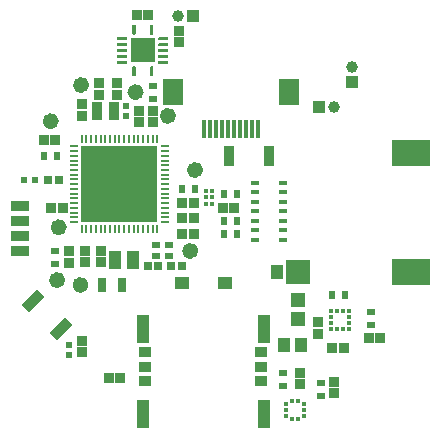
<source format=gbs>
G04*
G04 #@! TF.GenerationSoftware,Altium Limited,Altium NEXUS,3.0.10 (100)*
G04*
G04 Layer_Color=16711935*
%FSLAX44Y44*%
%MOMM*%
G71*
G01*
G75*
%ADD54R,1.0000X1.0000*%
%ADD55R,1.0000X1.0000*%
G04:AMPARAMS|DCode=63|XSize=0.9mm|YSize=1.6mm|CornerRadius=0.25mm|HoleSize=0mm|Usage=FLASHONLY|Rotation=90.000|XOffset=0mm|YOffset=0mm|HoleType=Round|Shape=RoundedRectangle|*
%AMROUNDEDRECTD63*
21,1,0.9000,1.1000,0,0,90.0*
21,1,0.4000,1.6000,0,0,90.0*
1,1,0.5000,0.5500,0.2000*
1,1,0.5000,0.5500,-0.2000*
1,1,0.5000,-0.5500,-0.2000*
1,1,0.5000,-0.5500,0.2000*
%
%ADD63ROUNDEDRECTD63*%
%ADD67R,0.8600X0.8200*%
%ADD68R,0.5200X0.7200*%
%ADD69R,0.8200X0.8600*%
%ADD70R,0.7200X0.5200*%
%ADD74R,0.7500X1.1500*%
%ADD79R,0.5500X0.5500*%
%ADD103R,0.8400X0.8800*%
%ADD104C,0.1000*%
%ADD105C,1.0000*%
%ADD106C,0.5000*%
%ADD120R,0.3500X0.3750*%
%ADD121R,0.3750X0.3500*%
%ADD122R,0.3750X0.3500*%
%ADD123R,0.3500X0.3750*%
%ADD126R,0.5000X0.6000*%
%ADD127O,0.2250X1.1250*%
%ADD128O,0.2500X1.1120*%
%ADD129O,0.2000X1.1370*%
%ADD130O,0.2750X1.0980*%
%ADD131O,0.3000X1.0820*%
%ADD132O,0.5000X0.7600*%
%ADD133O,0.3250X1.0630*%
%ADD134O,0.3500X1.0400*%
%ADD135O,0.3750X1.0130*%
%ADD136O,0.4000X0.9810*%
%ADD137O,0.4250X0.9430*%
%ADD138O,0.4500X0.8970*%
%ADD139O,0.4650X0.8650*%
%ADD140O,0.4750X0.8400*%
%ADD141O,0.4900X0.8000*%
%ADD142O,0.5200X0.6300*%
%ADD143O,0.5100X0.7100*%
%ADD144C,0.5250*%
%ADD145O,1.1250X0.2250*%
%ADD146O,1.1120X0.2500*%
%ADD147O,1.1370X0.2000*%
%ADD148O,1.0980X0.2750*%
%ADD149O,1.0820X0.3000*%
%ADD150O,0.7600X0.5000*%
%ADD151O,1.0630X0.3250*%
%ADD152O,1.0400X0.3500*%
%ADD153O,1.0130X0.3750*%
%ADD154O,0.9810X0.4000*%
%ADD155O,0.9430X0.4250*%
%ADD156O,0.8970X0.4500*%
%ADD157O,0.8650X0.4650*%
%ADD158O,0.8400X0.4750*%
%ADD159O,0.8000X0.4900*%
%ADD160O,0.6300X0.5200*%
%ADD161O,0.7100X0.5100*%
%ADD166R,2.0500X2.0500*%
%ADD167C,0.2520*%
%ADD171R,6.4000X6.4000*%
%ADD172R,0.6500X0.2500*%
%ADD173R,0.2500X0.6500*%
%ADD178R,0.7500X0.3500*%
%ADD181C,0.7000*%
%ADD182R,0.9000X1.7000*%
%ADD183R,2.1000X2.1000*%
%ADD184R,3.3000X2.3000*%
%ADD185R,0.7600X0.7200*%
%ADD186R,0.8800X0.8400*%
%ADD187R,1.0900X1.4900*%
%ADD188R,0.8000X0.7500*%
G04:AMPARAMS|DCode=189|XSize=0.9mm|YSize=1.8mm|CornerRadius=0mm|HoleSize=0mm|Usage=FLASHONLY|Rotation=135.000|XOffset=0mm|YOffset=0mm|HoleType=Round|Shape=Rectangle|*
%AMROTATEDRECTD189*
4,1,4,0.9546,0.3182,-0.3182,-0.9546,-0.9546,-0.3182,0.3182,0.9546,0.9546,0.3182,0.0*
%
%ADD189ROTATEDRECTD189*%

%ADD190R,0.3000X0.3000*%
%ADD191R,0.8500X1.5000*%
%ADD192R,0.7000X0.6000*%
%ADD193R,1.1500X1.2500*%
%ADD194R,1.0500X1.1500*%
%ADD195R,1.2000X1.1000*%
%ADD196R,1.1000X2.4000*%
%ADD197R,1.1000X0.9000*%
%ADD198R,0.4000X1.5000*%
%ADD199R,1.7000X2.3000*%
G36*
X112043Y312037D02*
X112437Y311643D01*
X112650Y311129D01*
Y310850D01*
X112650Y303750D01*
X109850D01*
Y310850D01*
Y311129D01*
X110063Y311643D01*
X110457Y312037D01*
X110971Y312250D01*
X111529D01*
X112043Y312037D01*
D02*
G37*
G36*
X105143Y316437D02*
X105537Y316043D01*
X105750Y315529D01*
Y315250D01*
Y314972D01*
X105537Y314457D01*
X105143Y314063D01*
X104628Y313850D01*
X97250D01*
Y316650D01*
X104628D01*
X105143Y316437D01*
D02*
G37*
G36*
Y321437D02*
X105537Y321043D01*
X105750Y320528D01*
Y320250D01*
Y319972D01*
X105537Y319457D01*
X105143Y319063D01*
X104628Y318850D01*
X104350D01*
X97250Y318850D01*
Y321650D01*
X104628D01*
X105143Y321437D01*
D02*
G37*
G36*
Y326437D02*
X105537Y326043D01*
X105750Y325528D01*
Y325250D01*
Y324972D01*
X105537Y324457D01*
X105143Y324063D01*
X104628Y323850D01*
X97250D01*
Y326650D01*
X104628D01*
X105143Y326437D01*
D02*
G37*
G36*
X104350Y331650D02*
X104628D01*
X105143Y331437D01*
X105537Y331043D01*
X105750Y330528D01*
Y330250D01*
Y329972D01*
X105537Y329457D01*
X105143Y329063D01*
X104628Y328850D01*
X97250D01*
Y331650D01*
X104350D01*
Y331650D01*
D02*
G37*
G36*
X105143Y336437D02*
X105537Y336043D01*
X105750Y335528D01*
Y335250D01*
Y334972D01*
X105537Y334457D01*
X105143Y334063D01*
X104628Y333850D01*
X97250D01*
Y336650D01*
X104628D01*
X105143Y336437D01*
D02*
G37*
G36*
X112650Y339650D02*
X112650D01*
Y339371D01*
X112437Y338857D01*
X112043Y338463D01*
X111529Y338250D01*
X110971D01*
X110457Y338463D01*
X110063Y338857D01*
X109850Y339371D01*
Y339650D01*
Y346750D01*
X112650D01*
Y339650D01*
D02*
G37*
G36*
X127043Y312037D02*
X127437Y311643D01*
X127650Y311129D01*
Y310850D01*
Y303750D01*
X124850D01*
Y310850D01*
X124850D01*
Y311129D01*
X125063Y311643D01*
X125457Y312037D01*
X125971Y312250D01*
X126529D01*
X127043Y312037D01*
D02*
G37*
G36*
X140250Y313850D02*
X132872D01*
X132357Y314063D01*
X131963Y314457D01*
X131750Y314972D01*
Y315250D01*
Y315529D01*
X131963Y316043D01*
X132357Y316437D01*
X132872Y316650D01*
X140250D01*
Y313850D01*
D02*
G37*
G36*
Y318850D02*
X133150D01*
Y318850D01*
X132872D01*
X132357Y319063D01*
X131963Y319457D01*
X131750Y319972D01*
Y320250D01*
Y320528D01*
X131963Y321043D01*
X132357Y321437D01*
X132872Y321650D01*
X140250D01*
Y318850D01*
D02*
G37*
G36*
Y323850D02*
X132872D01*
X132357Y324063D01*
X131963Y324457D01*
X131750Y324972D01*
Y325250D01*
Y325528D01*
X131963Y326043D01*
X132357Y326437D01*
X132872Y326650D01*
X140250D01*
Y323850D01*
D02*
G37*
G36*
Y328850D02*
X132872D01*
X132357Y329063D01*
X131963Y329457D01*
X131750Y329972D01*
Y330250D01*
Y330528D01*
X131963Y331043D01*
X132357Y331437D01*
X132872Y331650D01*
X133150D01*
X140250Y331650D01*
Y328850D01*
D02*
G37*
G36*
Y333850D02*
X132872D01*
X132357Y334063D01*
X131963Y334457D01*
X131750Y334972D01*
Y335250D01*
Y335528D01*
X131963Y336043D01*
X132357Y336437D01*
X132872Y336650D01*
X140250D01*
Y333850D01*
D02*
G37*
G36*
X127650Y339650D02*
Y339371D01*
X127437Y338857D01*
X127043Y338463D01*
X126529Y338250D01*
X125971D01*
X125457Y338463D01*
X125063Y338857D01*
X124850Y339371D01*
Y339650D01*
X124850Y346750D01*
X127650D01*
Y339650D01*
D02*
G37*
D54*
X160850Y354250D02*
D03*
X268150Y277750D02*
D03*
D55*
X296250Y298150D02*
D03*
D63*
X15000Y193400D02*
D03*
Y180700D02*
D03*
Y168000D02*
D03*
Y155300D02*
D03*
D67*
X289150Y73500D02*
D03*
X279350D02*
D03*
X309950Y81500D02*
D03*
X319550D02*
D03*
X113950Y355000D02*
D03*
X123550D02*
D03*
X152200Y196000D02*
D03*
X161800D02*
D03*
X44636Y249000D02*
D03*
X35036D02*
D03*
X152200Y183750D02*
D03*
X161800D02*
D03*
X50800Y192000D02*
D03*
X41200D02*
D03*
X99800Y47565D02*
D03*
X90200D02*
D03*
X195942Y192000D02*
D03*
X186342D02*
D03*
D68*
X278750Y118500D02*
D03*
X289750D02*
D03*
X151949Y208000D02*
D03*
X162949D02*
D03*
X46220Y236173D02*
D03*
X35221D02*
D03*
X198142Y170000D02*
D03*
X187142D02*
D03*
X198142Y181000D02*
D03*
X187142D02*
D03*
X198142Y204000D02*
D03*
X187142D02*
D03*
D69*
X280500Y35200D02*
D03*
Y44800D02*
D03*
X267000Y95050D02*
D03*
Y85450D02*
D03*
X251500Y42700D02*
D03*
Y52300D02*
D03*
X67500Y79550D02*
D03*
Y69950D02*
D03*
X149500Y341800D02*
D03*
Y332200D02*
D03*
X81750Y287850D02*
D03*
Y297650D02*
D03*
X96750Y297650D02*
D03*
Y287850D02*
D03*
X56500Y155292D02*
D03*
Y145692D02*
D03*
X127000Y264287D02*
D03*
Y273887D02*
D03*
X69750Y155542D02*
D03*
Y145942D02*
D03*
X67000Y270153D02*
D03*
Y279753D02*
D03*
X115319Y264288D02*
D03*
Y273888D02*
D03*
D70*
X312000Y92600D02*
D03*
Y103600D02*
D03*
X237250Y41250D02*
D03*
X237250Y52250D02*
D03*
X269250Y44000D02*
D03*
Y33000D02*
D03*
X44836Y155492D02*
D03*
Y144492D02*
D03*
X127000Y284453D02*
D03*
Y295453D02*
D03*
D74*
X101250Y126815D02*
D03*
X84250D02*
D03*
D79*
X56250Y67750D02*
D03*
Y75750D02*
D03*
X104886Y269887D02*
D03*
Y277887D02*
D03*
D103*
X83000Y155642D02*
D03*
Y145842D02*
D03*
D104*
X27700Y199750D02*
D03*
X27700Y148950D02*
D03*
X27700Y161650D02*
D03*
X27700Y187050D02*
D03*
X27700Y174350D02*
D03*
D105*
X148150Y354250D02*
D03*
X280850Y277750D02*
D03*
X296250Y310850D02*
D03*
D106*
X113950Y209918D02*
D03*
D120*
X288500Y104375D02*
D03*
X283500D02*
D03*
Y89125D02*
D03*
X288500D02*
D03*
D121*
X278375Y104250D02*
D03*
Y99250D02*
D03*
Y94250D02*
D03*
Y89250D02*
D03*
X293625D02*
D03*
Y94250D02*
D03*
Y99250D02*
D03*
Y104250D02*
D03*
D122*
X239625Y25500D02*
D03*
Y20500D02*
D03*
Y15500D02*
D03*
X254875D02*
D03*
Y20500D02*
D03*
Y25500D02*
D03*
D123*
X244750Y12875D02*
D03*
X249750D02*
D03*
Y28125D02*
D03*
X244750D02*
D03*
D126*
X27250Y215250D02*
D03*
X18250D02*
D03*
D127*
X164824Y224000D02*
D03*
X161074D02*
D03*
X38846Y265338D02*
D03*
X42596D02*
D03*
X160750Y155542D02*
D03*
X157000D02*
D03*
X45625Y175500D02*
D03*
X49375D02*
D03*
D128*
X164949Y224000D02*
D03*
X160949D02*
D03*
X38721Y265338D02*
D03*
X42720D02*
D03*
X160875Y155542D02*
D03*
X156875D02*
D03*
X45500Y175500D02*
D03*
X49500D02*
D03*
D129*
X164699Y224000D02*
D03*
X161199D02*
D03*
X38970Y265338D02*
D03*
X42470D02*
D03*
X160625Y155542D02*
D03*
X157125D02*
D03*
X45750Y175500D02*
D03*
X49250D02*
D03*
D130*
X165074Y224000D02*
D03*
X160824D02*
D03*
X38595Y265338D02*
D03*
X42846D02*
D03*
X161000Y155542D02*
D03*
X156750D02*
D03*
X45375Y175500D02*
D03*
X49625D02*
D03*
D131*
X165199Y224000D02*
D03*
X160699D02*
D03*
X38470Y265338D02*
D03*
X42971D02*
D03*
X161125Y155542D02*
D03*
X156625D02*
D03*
X45250Y175500D02*
D03*
X49750D02*
D03*
D132*
X166199Y224000D02*
D03*
X159699D02*
D03*
X37471Y265338D02*
D03*
X43970D02*
D03*
X162125Y155542D02*
D03*
X155625D02*
D03*
X44250Y175500D02*
D03*
X50750D02*
D03*
D133*
X165324Y224000D02*
D03*
X160574D02*
D03*
X38345Y265338D02*
D03*
X43095D02*
D03*
X161250Y155542D02*
D03*
X156500D02*
D03*
X45125Y175500D02*
D03*
X49875D02*
D03*
D134*
X165449Y224000D02*
D03*
X160449D02*
D03*
X38221Y265338D02*
D03*
X43221D02*
D03*
X161375Y155542D02*
D03*
X156375D02*
D03*
X45000Y175500D02*
D03*
X50000D02*
D03*
D135*
X165574Y224000D02*
D03*
X160324D02*
D03*
X38096Y265338D02*
D03*
X43345D02*
D03*
X161500Y155542D02*
D03*
X156250D02*
D03*
X44875Y175500D02*
D03*
X50125D02*
D03*
D136*
X165699Y224000D02*
D03*
X160199D02*
D03*
X37970Y265338D02*
D03*
X43471D02*
D03*
X161625Y155542D02*
D03*
X156125D02*
D03*
X44750Y175500D02*
D03*
X50250D02*
D03*
D137*
X165824Y224000D02*
D03*
X160074D02*
D03*
X37845Y265338D02*
D03*
X43595D02*
D03*
X161750Y155542D02*
D03*
X156000D02*
D03*
X44625Y175500D02*
D03*
X50375D02*
D03*
D138*
X165949Y224000D02*
D03*
X159949D02*
D03*
X37720Y265338D02*
D03*
X43720D02*
D03*
X161875Y155542D02*
D03*
X155875D02*
D03*
X44500Y175500D02*
D03*
X50500D02*
D03*
D139*
X166024Y224000D02*
D03*
X159874D02*
D03*
X37645Y265338D02*
D03*
X43795D02*
D03*
X161950Y155542D02*
D03*
X155800D02*
D03*
X44425Y175500D02*
D03*
X50575D02*
D03*
D140*
X166074Y224000D02*
D03*
X159824D02*
D03*
X37596Y265338D02*
D03*
X43846D02*
D03*
X162000Y155542D02*
D03*
X155750D02*
D03*
X44375Y175500D02*
D03*
X50625D02*
D03*
D141*
X166149Y224000D02*
D03*
X159749D02*
D03*
X37520Y265338D02*
D03*
X43920D02*
D03*
X162075Y155542D02*
D03*
X155675D02*
D03*
X44300Y175500D02*
D03*
X50700D02*
D03*
D142*
X166299Y224000D02*
D03*
X159599D02*
D03*
X37371Y265338D02*
D03*
X44071D02*
D03*
X162225Y155542D02*
D03*
X155525D02*
D03*
X44150Y175500D02*
D03*
X50850D02*
D03*
D143*
X166249Y224000D02*
D03*
X159649D02*
D03*
X37420Y265338D02*
D03*
X44021D02*
D03*
X162175Y155542D02*
D03*
X155575D02*
D03*
X44200Y175500D02*
D03*
X50800D02*
D03*
D144*
X166324Y224000D02*
D03*
X159574D02*
D03*
X46220Y127396D02*
D03*
Y134146D02*
D03*
X37345Y265338D02*
D03*
X44096D02*
D03*
X139976Y273254D02*
D03*
Y266504D02*
D03*
X162250Y155542D02*
D03*
X155500D02*
D03*
X44125Y175500D02*
D03*
X50875D02*
D03*
X66000Y123375D02*
D03*
Y130125D02*
D03*
X66500Y299375D02*
D03*
Y292625D02*
D03*
X112569Y293328D02*
D03*
Y286578D02*
D03*
D145*
X46220Y128896D02*
D03*
Y132646D02*
D03*
X139976Y271754D02*
D03*
Y268004D02*
D03*
X66000Y124875D02*
D03*
Y128625D02*
D03*
X66500Y297875D02*
D03*
Y294125D02*
D03*
X112569Y291828D02*
D03*
Y288078D02*
D03*
D146*
X46220Y128771D02*
D03*
Y132771D02*
D03*
X139976Y271879D02*
D03*
Y267879D02*
D03*
X66000Y124750D02*
D03*
Y128750D02*
D03*
X66500Y298000D02*
D03*
Y294000D02*
D03*
X112569Y291953D02*
D03*
Y287953D02*
D03*
D147*
X46220Y129021D02*
D03*
Y132521D02*
D03*
X139976Y271629D02*
D03*
Y268129D02*
D03*
X66000Y125000D02*
D03*
Y128500D02*
D03*
X66500Y297750D02*
D03*
Y294250D02*
D03*
X112569Y291703D02*
D03*
Y288203D02*
D03*
D148*
X46220Y128646D02*
D03*
Y132896D02*
D03*
X139976Y272004D02*
D03*
Y267754D02*
D03*
X66000Y124625D02*
D03*
Y128875D02*
D03*
X66500Y298125D02*
D03*
Y293875D02*
D03*
X112569Y292078D02*
D03*
Y287828D02*
D03*
D149*
X46220Y128521D02*
D03*
Y133021D02*
D03*
X139976Y272129D02*
D03*
Y267629D02*
D03*
X66000Y124500D02*
D03*
Y129000D02*
D03*
X66500Y298250D02*
D03*
Y293750D02*
D03*
X112569Y292203D02*
D03*
Y287703D02*
D03*
D150*
X46220Y127521D02*
D03*
Y134021D02*
D03*
X139976Y273129D02*
D03*
Y266629D02*
D03*
X66000Y123500D02*
D03*
Y130000D02*
D03*
X66500Y299250D02*
D03*
Y292750D02*
D03*
X112569Y293203D02*
D03*
Y286703D02*
D03*
D151*
X46220Y128396D02*
D03*
Y133146D02*
D03*
X139976Y272254D02*
D03*
Y267504D02*
D03*
X66000Y124375D02*
D03*
Y129125D02*
D03*
X66500Y298375D02*
D03*
Y293625D02*
D03*
X112569Y292328D02*
D03*
Y287578D02*
D03*
D152*
X46220Y128271D02*
D03*
Y133271D02*
D03*
X139976Y272379D02*
D03*
Y267379D02*
D03*
X66000Y124250D02*
D03*
Y129250D02*
D03*
X66500Y298500D02*
D03*
Y293500D02*
D03*
X112569Y292453D02*
D03*
Y287453D02*
D03*
D153*
X46220Y128146D02*
D03*
Y133396D02*
D03*
X139976Y272504D02*
D03*
Y267254D02*
D03*
X66000Y124125D02*
D03*
Y129375D02*
D03*
X66500Y298625D02*
D03*
Y293375D02*
D03*
X112569Y292578D02*
D03*
Y287328D02*
D03*
D154*
X46220Y128021D02*
D03*
Y133521D02*
D03*
X139976Y272629D02*
D03*
Y267129D02*
D03*
X66000Y124000D02*
D03*
Y129500D02*
D03*
X66500Y298750D02*
D03*
Y293250D02*
D03*
X112569Y292703D02*
D03*
Y287203D02*
D03*
D155*
X46220Y127896D02*
D03*
Y133646D02*
D03*
X139976Y272754D02*
D03*
Y267004D02*
D03*
X66000Y123875D02*
D03*
Y129625D02*
D03*
X66500Y298875D02*
D03*
Y293125D02*
D03*
X112569Y292828D02*
D03*
Y287078D02*
D03*
D156*
X46220Y127771D02*
D03*
Y133771D02*
D03*
X139976Y272879D02*
D03*
Y266879D02*
D03*
X66000Y123750D02*
D03*
Y129750D02*
D03*
X66500Y299000D02*
D03*
Y293000D02*
D03*
X112569Y292953D02*
D03*
Y286953D02*
D03*
D157*
X46220Y127696D02*
D03*
Y133846D02*
D03*
X139976Y272954D02*
D03*
Y266804D02*
D03*
X66000Y123675D02*
D03*
Y129825D02*
D03*
X66500Y299075D02*
D03*
Y292925D02*
D03*
X112569Y293028D02*
D03*
Y286878D02*
D03*
D158*
X46220Y127646D02*
D03*
Y133896D02*
D03*
X139976Y273004D02*
D03*
Y266754D02*
D03*
X66000Y123625D02*
D03*
Y129875D02*
D03*
X66500Y299125D02*
D03*
Y292875D02*
D03*
X112569Y293078D02*
D03*
Y286828D02*
D03*
D159*
X46220Y127571D02*
D03*
Y133971D02*
D03*
X139976Y273079D02*
D03*
Y266679D02*
D03*
X66000Y123550D02*
D03*
Y129950D02*
D03*
X66500Y299200D02*
D03*
Y292800D02*
D03*
X112569Y293153D02*
D03*
Y286753D02*
D03*
D160*
X46220Y127421D02*
D03*
Y134121D02*
D03*
X139976Y273229D02*
D03*
Y266529D02*
D03*
X66000Y123400D02*
D03*
Y130100D02*
D03*
X66500Y299350D02*
D03*
Y292650D02*
D03*
X112569Y293303D02*
D03*
Y286603D02*
D03*
D161*
X46220Y127471D02*
D03*
Y134071D02*
D03*
X139976Y273179D02*
D03*
Y266579D02*
D03*
X66000Y123450D02*
D03*
Y130050D02*
D03*
X66500Y299300D02*
D03*
Y292700D02*
D03*
X112569Y293253D02*
D03*
Y286653D02*
D03*
D166*
X118750Y325250D02*
D03*
D167*
X98750Y335250D02*
D03*
Y330250D02*
D03*
Y325250D02*
D03*
X101500Y320250D02*
D03*
Y315250D02*
D03*
X138850D02*
D03*
Y320250D02*
D03*
Y325250D02*
D03*
X136000Y330250D02*
D03*
Y335250D02*
D03*
X111250Y305150D02*
D03*
X126250Y308000D02*
D03*
X111250Y342500D02*
D03*
X126250Y345250D02*
D03*
D171*
X99000Y212000D02*
D03*
D172*
X60750Y244000D02*
D03*
Y240000D02*
D03*
Y236000D02*
D03*
Y232000D02*
D03*
Y228000D02*
D03*
Y224000D02*
D03*
Y220000D02*
D03*
Y216000D02*
D03*
Y212000D02*
D03*
Y208000D02*
D03*
Y204000D02*
D03*
Y200000D02*
D03*
Y196000D02*
D03*
Y192000D02*
D03*
Y188000D02*
D03*
Y184000D02*
D03*
Y180000D02*
D03*
X137250D02*
D03*
Y184000D02*
D03*
Y188000D02*
D03*
Y192000D02*
D03*
Y196000D02*
D03*
Y200000D02*
D03*
Y204000D02*
D03*
Y208000D02*
D03*
Y212000D02*
D03*
Y216000D02*
D03*
Y220000D02*
D03*
Y224000D02*
D03*
Y228000D02*
D03*
Y232000D02*
D03*
Y236000D02*
D03*
Y240000D02*
D03*
Y244000D02*
D03*
D173*
X67000Y173750D02*
D03*
X71000D02*
D03*
X75000D02*
D03*
X79000D02*
D03*
X83000D02*
D03*
X87000D02*
D03*
X91000D02*
D03*
X95000D02*
D03*
X99000D02*
D03*
X103000D02*
D03*
X107000D02*
D03*
X111000D02*
D03*
X115000D02*
D03*
X119000D02*
D03*
X123000D02*
D03*
X127000D02*
D03*
X131000D02*
D03*
Y250250D02*
D03*
X127000D02*
D03*
X123000D02*
D03*
X119000D02*
D03*
X115000D02*
D03*
X111000D02*
D03*
X107000D02*
D03*
X103000D02*
D03*
X99000D02*
D03*
X95000D02*
D03*
X91000D02*
D03*
X87000D02*
D03*
X83000D02*
D03*
X79000D02*
D03*
X75000D02*
D03*
X71000D02*
D03*
X67000D02*
D03*
D178*
X213392Y213000D02*
D03*
Y205000D02*
D03*
Y197000D02*
D03*
Y189000D02*
D03*
Y181000D02*
D03*
Y173000D02*
D03*
Y165000D02*
D03*
X237392D02*
D03*
Y173000D02*
D03*
Y181000D02*
D03*
Y189000D02*
D03*
Y197000D02*
D03*
Y205000D02*
D03*
Y213000D02*
D03*
D181*
X166449Y224000D02*
G03*
X166449Y224000I-3500J0D01*
G01*
X49721Y130771D02*
G03*
X49721Y130771I-3500J0D01*
G01*
X44220Y265338D02*
G03*
X44220Y265338I-3500J0D01*
G01*
X143476Y269879D02*
G03*
X143476Y269879I-3500J0D01*
G01*
X162375Y155542D02*
G03*
X162375Y155542I-3500J0D01*
G01*
X51000Y175500D02*
G03*
X51000Y175500I-3500J0D01*
G01*
X69500Y126750D02*
G03*
X69500Y126750I-3500J0D01*
G01*
X70000Y296000D02*
G03*
X70000Y296000I-3500J0D01*
G01*
X116069Y289953D02*
G03*
X116069Y289953I-3500J0D01*
G01*
D182*
X192000Y236000D02*
D03*
X226000D02*
D03*
D183*
X250000Y138000D02*
D03*
D184*
X346000D02*
D03*
Y238000D02*
D03*
D185*
X131793Y142742D02*
D03*
X122993D02*
D03*
X142857Y142500D02*
D03*
X151657D02*
D03*
D186*
X152100Y170000D02*
D03*
X161900D02*
D03*
D187*
X110550Y147742D02*
D03*
X95450D02*
D03*
D188*
X38500Y215500D02*
D03*
X48000D02*
D03*
D189*
X49521Y89229D02*
D03*
X25479Y113271D02*
D03*
D190*
X171999Y194882D02*
D03*
Y200751D02*
D03*
Y206620D02*
D03*
X177000Y194882D02*
D03*
Y200751D02*
D03*
Y206620D02*
D03*
D191*
X94250Y273887D02*
D03*
X79750D02*
D03*
D192*
X140892Y160117D02*
D03*
X129894D02*
D03*
X129893Y151616D02*
D03*
X140892Y151616D02*
D03*
D193*
X250000Y97815D02*
D03*
Y114315D02*
D03*
D194*
X232750Y138000D02*
D03*
X247250D02*
D03*
X238000Y76190D02*
D03*
X252500D02*
D03*
D195*
X151800Y128375D02*
D03*
X188200D02*
D03*
D196*
X119000Y89125D02*
D03*
X221000D02*
D03*
Y17125D02*
D03*
X119000D02*
D03*
D197*
X219000Y45625D02*
D03*
Y57625D02*
D03*
X219000Y69625D02*
D03*
X121000D02*
D03*
X121000Y57625D02*
D03*
Y45625D02*
D03*
D198*
X170892Y258453D02*
D03*
X175892D02*
D03*
X180892D02*
D03*
X185892D02*
D03*
X190892D02*
D03*
X195892D02*
D03*
X200892D02*
D03*
X205892D02*
D03*
X210892D02*
D03*
X215892D02*
D03*
D199*
X144392Y289953D02*
D03*
X242392D02*
D03*
M02*

</source>
